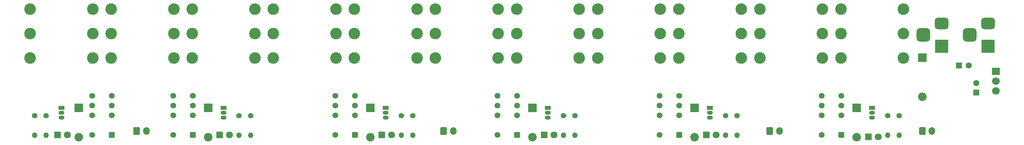
<source format=gbr>
%TF.GenerationSoftware,KiCad,Pcbnew,(6.0.5)*%
%TF.CreationDate,2022-08-04T21:56:24-04:00*%
%TF.ProjectId,effects-switcher,65666665-6374-4732-9d73-776974636865,rev?*%
%TF.SameCoordinates,Original*%
%TF.FileFunction,Soldermask,Bot*%
%TF.FilePolarity,Negative*%
%FSLAX46Y46*%
G04 Gerber Fmt 4.6, Leading zero omitted, Abs format (unit mm)*
G04 Created by KiCad (PCBNEW (6.0.5)) date 2022-08-04 21:56:24*
%MOMM*%
%LPD*%
G01*
G04 APERTURE LIST*
G04 Aperture macros list*
%AMRoundRect*
0 Rectangle with rounded corners*
0 $1 Rounding radius*
0 $2 $3 $4 $5 $6 $7 $8 $9 X,Y pos of 4 corners*
0 Add a 4 corners polygon primitive as box body*
4,1,4,$2,$3,$4,$5,$6,$7,$8,$9,$2,$3,0*
0 Add four circle primitives for the rounded corners*
1,1,$1+$1,$2,$3*
1,1,$1+$1,$4,$5*
1,1,$1+$1,$6,$7*
1,1,$1+$1,$8,$9*
0 Add four rect primitives between the rounded corners*
20,1,$1+$1,$2,$3,$4,$5,0*
20,1,$1+$1,$4,$5,$6,$7,0*
20,1,$1+$1,$6,$7,$8,$9,0*
20,1,$1+$1,$8,$9,$2,$3,0*%
G04 Aperture macros list end*
%ADD10R,2.200000X2.200000*%
%ADD11O,2.200000X2.200000*%
%ADD12R,1.800000X1.800000*%
%ADD13C,1.800000*%
%ADD14C,1.400000*%
%ADD15O,1.400000X1.400000*%
%ADD16R,3.500000X3.500000*%
%ADD17RoundRect,0.750000X-1.000000X0.750000X-1.000000X-0.750000X1.000000X-0.750000X1.000000X0.750000X0*%
%ADD18RoundRect,0.875000X-0.875000X0.875000X-0.875000X-0.875000X0.875000X-0.875000X0.875000X0.875000X0*%
%ADD19C,3.000000*%
%ADD20R,1.500000X1.050000*%
%ADD21O,1.500000X1.050000*%
%ADD22RoundRect,0.250500X0.499500X0.499500X-0.499500X0.499500X-0.499500X-0.499500X0.499500X-0.499500X0*%
%ADD23C,1.500000*%
%ADD24O,1.700000X2.000000*%
%ADD25RoundRect,0.250000X-0.600000X-0.750000X0.600000X-0.750000X0.600000X0.750000X-0.600000X0.750000X0*%
%ADD26R,1.600000X1.600000*%
%ADD27C,1.600000*%
%ADD28R,2.000000X1.905000*%
%ADD29O,2.000000X1.905000*%
G04 APERTURE END LIST*
D10*
%TO.C,D13*%
X234015000Y-16920000D03*
D11*
X234015000Y-27080000D03*
%TD*%
D12*
%TO.C,D9*%
X178015000Y-37000000D03*
D13*
X180555000Y-37000000D03*
%TD*%
D14*
%TO.C,R1*%
X4015000Y-32000000D03*
D15*
X4015000Y-37080000D03*
%TD*%
D16*
%TO.C,JDC1*%
X238972500Y-14000000D03*
D17*
X238972500Y-8000000D03*
D18*
X234272500Y-11000000D03*
%TD*%
D19*
%TO.C,L2-In1*%
X107900000Y-10650000D03*
X124130000Y-10650000D03*
X107900000Y-4300000D03*
X124130000Y-4300000D03*
X107900000Y-17000000D03*
X124130000Y-17000000D03*
%TD*%
%TO.C,In*%
X2900000Y-10650000D03*
X19130000Y-10650000D03*
X2900000Y-4300000D03*
X19130000Y-4300000D03*
X2900000Y-17000000D03*
X19130000Y-17000000D03*
%TD*%
D10*
%TO.C,D4*%
X49015000Y-30000000D03*
D11*
X49015000Y-37620000D03*
%TD*%
D20*
%TO.C,Q3*%
X95015000Y-30000000D03*
D21*
X95015000Y-31270000D03*
X95015000Y-32540000D03*
%TD*%
D22*
%TO.C,Bypass*%
X24015000Y-37000000D03*
D23*
X24015000Y-31920000D03*
X24015000Y-29380000D03*
X24015000Y-26840000D03*
X18935000Y-26840000D03*
X18935000Y-29380000D03*
X18935000Y-31920000D03*
X18935000Y-37000000D03*
%TD*%
D20*
%TO.C,Q4*%
X137015000Y-30000000D03*
D21*
X137015000Y-31270000D03*
X137015000Y-32540000D03*
%TD*%
D24*
%TO.C,J4*%
X236500000Y-36000000D03*
D25*
X234000000Y-36000000D03*
%TD*%
D14*
%TO.C,R3*%
X60015000Y-32000000D03*
D15*
X60015000Y-37080000D03*
%TD*%
D14*
%TO.C,R9*%
X186015000Y-32000000D03*
D15*
X186015000Y-37080000D03*
%TD*%
D20*
%TO.C,Q2*%
X53015000Y-30000000D03*
D21*
X53015000Y-31270000D03*
X53015000Y-32540000D03*
%TD*%
D22*
%TO.C,Loop3*%
X171015000Y-37000000D03*
D23*
X171015000Y-31920000D03*
X171015000Y-29380000D03*
X171015000Y-26840000D03*
X165935000Y-26840000D03*
X165935000Y-29380000D03*
X165935000Y-31920000D03*
X165935000Y-37000000D03*
%TD*%
D14*
%TO.C,R5*%
X102015000Y-32000000D03*
D15*
X102015000Y-37080000D03*
%TD*%
D26*
%TO.C,C2*%
X248015000Y-26000000D03*
D27*
X248015000Y-23500000D03*
%TD*%
D10*
%TO.C,D12*%
X217015000Y-30000000D03*
D11*
X217015000Y-37620000D03*
%TD*%
D22*
%TO.C,Loop1*%
X87015000Y-37000000D03*
D23*
X87015000Y-31920000D03*
X87015000Y-29380000D03*
X87015000Y-26840000D03*
X81935000Y-26840000D03*
X81935000Y-29380000D03*
X81935000Y-31920000D03*
X81935000Y-37000000D03*
%TD*%
D14*
%TO.C,R4*%
X57015000Y-32000000D03*
D15*
X57015000Y-37080000D03*
%TD*%
D21*
%TO.C,Q1*%
X11015000Y-32540000D03*
X11015000Y-31270000D03*
D20*
X11015000Y-30000000D03*
%TD*%
D14*
%TO.C,R10*%
X183015000Y-32000000D03*
D15*
X183015000Y-37080000D03*
%TD*%
D22*
%TO.C,Loop4*%
X213015000Y-37000000D03*
D23*
X213015000Y-31920000D03*
X213015000Y-29380000D03*
X213015000Y-26840000D03*
X207935000Y-26840000D03*
X207935000Y-29380000D03*
X207935000Y-31920000D03*
X207935000Y-37000000D03*
%TD*%
D19*
%TO.C,Tuner*%
X44900000Y-10650000D03*
X61130000Y-10650000D03*
X44900000Y-4300000D03*
X61130000Y-4300000D03*
X44900000Y-17000000D03*
X61130000Y-17000000D03*
%TD*%
D22*
%TO.C,Tuner*%
X45015000Y-37000000D03*
D23*
X45015000Y-31920000D03*
X45015000Y-29380000D03*
X45015000Y-26840000D03*
X39935000Y-26840000D03*
X39935000Y-29380000D03*
X39935000Y-31920000D03*
X39935000Y-37000000D03*
%TD*%
D20*
%TO.C,Q6*%
X221015000Y-30000000D03*
D21*
X221015000Y-31270000D03*
X221015000Y-32540000D03*
%TD*%
D19*
%TO.C,L2-Out1*%
X128900000Y-10650000D03*
X145130000Y-10650000D03*
X128900000Y-4300000D03*
X145130000Y-4300000D03*
X128900000Y-17000000D03*
X145130000Y-17000000D03*
%TD*%
%TO.C,L1-In1*%
X65900000Y-10650000D03*
X82130000Y-10650000D03*
X65900000Y-4300000D03*
X82130000Y-4300000D03*
X65900000Y-17000000D03*
X82130000Y-17000000D03*
%TD*%
D14*
%TO.C,R8*%
X141015000Y-32000000D03*
D15*
X141015000Y-37080000D03*
%TD*%
D14*
%TO.C,R11*%
X228015000Y-32000000D03*
D15*
X228015000Y-37080000D03*
%TD*%
D25*
%TO.C,J56*%
X194500000Y-36000000D03*
D24*
X197000000Y-36000000D03*
%TD*%
D19*
%TO.C,L1-Out1*%
X86900000Y-10650000D03*
X103130000Y-10650000D03*
X86900000Y-4300000D03*
X103130000Y-4300000D03*
X86900000Y-17000000D03*
X103130000Y-17000000D03*
%TD*%
D10*
%TO.C,D10*%
X175015000Y-30000000D03*
D11*
X175015000Y-37620000D03*
%TD*%
D19*
%TO.C,L3-Out1*%
X170900000Y-10650000D03*
X187130000Y-10650000D03*
X170900000Y-4300000D03*
X187130000Y-4300000D03*
X170900000Y-17000000D03*
X187130000Y-17000000D03*
%TD*%
D10*
%TO.C,D2*%
X15515000Y-30000000D03*
D11*
X15515000Y-37620000D03*
%TD*%
D19*
%TO.C,L4-In1*%
X191900000Y-10650000D03*
X208130000Y-10650000D03*
X191900000Y-4300000D03*
X208130000Y-4300000D03*
X191900000Y-17000000D03*
X208130000Y-17000000D03*
%TD*%
D28*
%TO.C,U1*%
X253070000Y-20460000D03*
D29*
X253070000Y-23000000D03*
X253070000Y-25540000D03*
%TD*%
D14*
%TO.C,R7*%
X144015000Y-32000000D03*
D15*
X144015000Y-37080000D03*
%TD*%
D19*
%TO.C,L4-Out1*%
X212900000Y-10650000D03*
X229130000Y-10650000D03*
X212900000Y-4300000D03*
X229130000Y-4300000D03*
X212900000Y-17000000D03*
X229130000Y-17000000D03*
%TD*%
D12*
%TO.C,D3*%
X52015000Y-37000000D03*
D13*
X54555000Y-37000000D03*
%TD*%
D25*
%TO.C,J34*%
X110000000Y-36000000D03*
D24*
X112500000Y-36000000D03*
%TD*%
D16*
%TO.C,JDC2*%
X251015000Y-14000000D03*
D17*
X251015000Y-8000000D03*
D18*
X246315000Y-11000000D03*
%TD*%
D26*
%TO.C,C1*%
X243515000Y-19000000D03*
D27*
X246015000Y-19000000D03*
%TD*%
D22*
%TO.C,Loop2*%
X129015000Y-37000000D03*
D23*
X129015000Y-31920000D03*
X129015000Y-29380000D03*
X129015000Y-26840000D03*
X123935000Y-26840000D03*
X123935000Y-29380000D03*
X123935000Y-31920000D03*
X123935000Y-37000000D03*
%TD*%
D12*
%TO.C,D1*%
X10015000Y-37000000D03*
D13*
X12555000Y-37000000D03*
%TD*%
D14*
%TO.C,R2*%
X7015000Y-32000000D03*
D15*
X7015000Y-37080000D03*
%TD*%
D19*
%TO.C,L3-In1*%
X149900000Y-10650000D03*
X166130000Y-10650000D03*
X149900000Y-4300000D03*
X166130000Y-4300000D03*
X149900000Y-17000000D03*
X166130000Y-17000000D03*
%TD*%
D10*
%TO.C,D8*%
X133015000Y-30000000D03*
D11*
X133015000Y-37620000D03*
%TD*%
D10*
%TO.C,D6*%
X91015000Y-30000000D03*
D11*
X91015000Y-37620000D03*
%TD*%
D12*
%TO.C,D7*%
X136015000Y-37000000D03*
D13*
X138555000Y-37000000D03*
%TD*%
D14*
%TO.C,R6*%
X99015000Y-32000000D03*
D15*
X99015000Y-37080000D03*
%TD*%
D12*
%TO.C,D11*%
X220015000Y-37460000D03*
D13*
X222555000Y-37460000D03*
%TD*%
D20*
%TO.C,Q5*%
X179015000Y-30000000D03*
D21*
X179015000Y-31270000D03*
X179015000Y-32540000D03*
%TD*%
D25*
%TO.C,J12*%
X30500000Y-36000000D03*
D24*
X33000000Y-36000000D03*
%TD*%
D19*
%TO.C,Out*%
X23900000Y-10650000D03*
X40130000Y-10650000D03*
X23900000Y-4300000D03*
X40130000Y-4300000D03*
X23900000Y-17000000D03*
X40130000Y-17000000D03*
%TD*%
D14*
%TO.C,R12*%
X225015000Y-32000000D03*
D15*
X225015000Y-37080000D03*
%TD*%
D12*
%TO.C,D5*%
X94015000Y-37000000D03*
D13*
X96555000Y-37000000D03*
%TD*%
M02*

</source>
